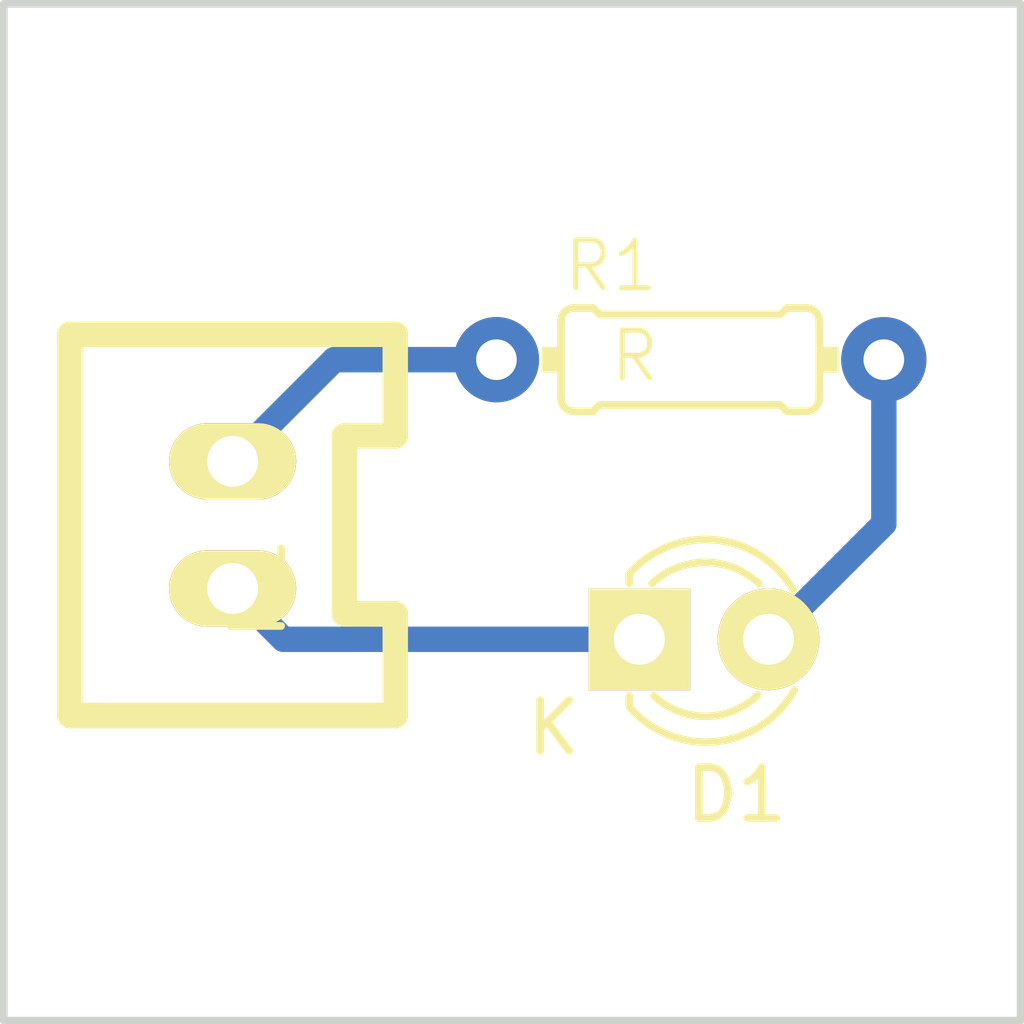
<source format=kicad_pcb>
(kicad_pcb (version 4) (host pcbnew 4.0.4-stable)

  (general
    (links 3)
    (no_connects 0)
    (area -0.075001 -0.075001 20.075001 20.075001)
    (thickness 1.6)
    (drawings 4)
    (tracks 6)
    (zones 0)
    (modules 3)
    (nets 4)
  )

  (page A4)
  (layers
    (0 F.Cu signal)
    (31 B.Cu signal)
    (32 B.Adhes user)
    (33 F.Adhes user)
    (34 B.Paste user)
    (35 F.Paste user)
    (36 B.SilkS user)
    (37 F.SilkS user)
    (38 B.Mask user)
    (39 F.Mask user)
    (40 Dwgs.User user)
    (41 Cmts.User user)
    (42 Eco1.User user)
    (43 Eco2.User user)
    (44 Edge.Cuts user)
    (45 Margin user)
    (46 B.CrtYd user)
    (47 F.CrtYd user)
    (48 B.Fab user)
    (49 F.Fab user)
  )

  (setup
    (last_trace_width 0.5)
    (user_trace_width 0.5)
    (trace_clearance 0.2)
    (zone_clearance 0.508)
    (zone_45_only no)
    (trace_min 0.2)
    (segment_width 0.2)
    (edge_width 0.15)
    (via_size 0.6)
    (via_drill 0.4)
    (via_min_size 0.4)
    (via_min_drill 0.3)
    (user_via 1.2 0.8)
    (uvia_size 0.3)
    (uvia_drill 0.1)
    (uvias_allowed no)
    (uvia_min_size 0.2)
    (uvia_min_drill 0.1)
    (pcb_text_width 0.3)
    (pcb_text_size 1.5 1.5)
    (mod_edge_width 0.15)
    (mod_text_size 1 1)
    (mod_text_width 0.15)
    (pad_size 1.524 1.524)
    (pad_drill 0.762)
    (pad_to_mask_clearance 0.2)
    (aux_axis_origin 0 0)
    (visible_elements FFFFFF7F)
    (pcbplotparams
      (layerselection 0x00030_80000001)
      (usegerberextensions false)
      (excludeedgelayer true)
      (linewidth 0.100000)
      (plotframeref false)
      (viasonmask false)
      (mode 1)
      (useauxorigin false)
      (hpglpennumber 1)
      (hpglpenspeed 20)
      (hpglpendiameter 15)
      (hpglpenoverlay 2)
      (psnegative false)
      (psa4output false)
      (plotreference true)
      (plotvalue true)
      (plotinvisibletext false)
      (padsonsilk false)
      (subtractmaskfromsilk false)
      (outputformat 1)
      (mirror false)
      (drillshape 1)
      (scaleselection 1)
      (outputdirectory ""))
  )

  (net 0 "")
  (net 1 GND)
  (net 2 "Net-(D1-Pad2)")
  (net 3 +2V5)

  (net_class Default "これは標準のネット クラスです。"
    (clearance 0.2)
    (trace_width 0.25)
    (via_dia 0.6)
    (via_drill 0.4)
    (uvia_dia 0.3)
    (uvia_drill 0.1)
    (add_net +2V5)
    (add_net GND)
    (add_net "Net-(D1-Pad2)")
  )

  (module LEDs:LED-3MM (layer F.Cu) (tedit 559B82F6) (tstamp 5800A3E4)
    (at 12.5 12.5)
    (descr "LED 3mm round vertical")
    (tags "LED  3mm round vertical")
    (path /580096DF)
    (fp_text reference D1 (at 1.91 3.06) (layer F.SilkS)
      (effects (font (size 1 1) (thickness 0.15)))
    )
    (fp_text value LED (at 1.3 -2.9) (layer F.Fab)
      (effects (font (size 1 1) (thickness 0.15)))
    )
    (fp_line (start -1.2 2.3) (end 3.8 2.3) (layer F.CrtYd) (width 0.05))
    (fp_line (start 3.8 2.3) (end 3.8 -2.2) (layer F.CrtYd) (width 0.05))
    (fp_line (start 3.8 -2.2) (end -1.2 -2.2) (layer F.CrtYd) (width 0.05))
    (fp_line (start -1.2 -2.2) (end -1.2 2.3) (layer F.CrtYd) (width 0.05))
    (fp_line (start -0.199 1.314) (end -0.199 1.114) (layer F.SilkS) (width 0.15))
    (fp_line (start -0.199 -1.28) (end -0.199 -1.1) (layer F.SilkS) (width 0.15))
    (fp_arc (start 1.301 0.034) (end -0.199 -1.286) (angle 108.5) (layer F.SilkS) (width 0.15))
    (fp_arc (start 1.301 0.034) (end 0.25 -1.1) (angle 85.7) (layer F.SilkS) (width 0.15))
    (fp_arc (start 1.311 0.034) (end 3.051 0.994) (angle 110) (layer F.SilkS) (width 0.15))
    (fp_arc (start 1.301 0.034) (end 2.335 1.094) (angle 87.5) (layer F.SilkS) (width 0.15))
    (fp_text user K (at -1.69 1.74) (layer F.SilkS)
      (effects (font (size 1 1) (thickness 0.15)))
    )
    (pad 1 thru_hole rect (at 0 0 90) (size 2 2) (drill 1.00076) (layers *.Cu *.Mask F.SilkS)
      (net 1 GND))
    (pad 2 thru_hole circle (at 2.54 0) (size 2 2) (drill 1.00076) (layers *.Cu *.Mask F.SilkS)
      (net 2 "Net-(D1-Pad2)"))
    (model LEDs.3dshapes/LED-3MM.wrl
      (at (xyz 0.05 0 0))
      (scale (xyz 1 1 1))
      (rotate (xyz 0 0 90))
    )
  )

  (module RP_KiCAD_Connector:XA_2T (layer F.Cu) (tedit 5763B242) (tstamp 5800A3EA)
    (at 4.5 11.5 90)
    (path /58009526)
    (fp_text reference P1 (at 0 0.5 90) (layer F.SilkS)
      (effects (font (size 1 1) (thickness 0.15)))
    )
    (fp_text value CONN_01X02 (at 0 -0.5 90) (layer F.Fab)
      (effects (font (size 1 1) (thickness 0.15)))
    )
    (fp_line (start -2.5 3.2) (end -0.5 3.2) (layer F.SilkS) (width 0.5))
    (fp_line (start -0.5 3.2) (end -0.5 2.2) (layer F.SilkS) (width 0.5))
    (fp_line (start -0.5 2.2) (end 3 2.2) (layer F.SilkS) (width 0.5))
    (fp_line (start 3 2.2) (end 3 3.2) (layer F.SilkS) (width 0.5))
    (fp_line (start 3 3.2) (end 5 3.2) (layer F.SilkS) (width 0.5))
    (fp_line (start -2.5 -3.2) (end -2.5 3.2) (layer F.SilkS) (width 0.5))
    (fp_line (start 5 3.2) (end 5 -3.2) (layer F.SilkS) (width 0.5))
    (fp_line (start 5 -3.2) (end -2.5 -3.2) (layer F.SilkS) (width 0.5))
    (pad 2 thru_hole oval (at 0 0 90) (size 1.5 2.5) (drill 1) (layers *.Cu *.Mask F.SilkS)
      (net 1 GND))
    (pad 1 thru_hole oval (at 2.5 0 90) (size 1.5 2.5) (drill 1) (layers *.Cu *.Mask F.SilkS)
      (net 3 +2V5))
    (model conn_XA/XA_2T.wrl
      (at (xyz 0.05 0 0))
      (scale (xyz 4 4 4))
      (rotate (xyz -90 0 0))
    )
  )

  (module RP_KiCAD_Libs:0204_2f7 (layer F.Cu) (tedit 0) (tstamp 5800A3F0)
    (at 13.5 7)
    (descr "<b>RESISTOR</b><p>\ntype 0204, grid 7.5 mm")
    (path /5800974E)
    (fp_text reference R1 (at -2.54 -1.2954) (layer F.SilkS)
      (effects (font (size 0.94107 0.94107) (thickness 0.09906)) (justify left bottom))
    )
    (fp_text value R (at -1.6256 0.4826) (layer F.SilkS)
      (effects (font (size 0.94107 0.94107) (thickness 0.09906)) (justify left bottom))
    )
    (fp_line (start 3.81 0) (end 2.921 0) (layer Dwgs.User) (width 0.508))
    (fp_line (start -3.81 0) (end -2.921 0) (layer Dwgs.User) (width 0.508))
    (fp_arc (start -2.286 -0.762) (end -2.54 -0.762) (angle 90) (layer F.SilkS) (width 0.1524))
    (fp_arc (start -2.286 0.762) (end -2.54 0.762) (angle -90) (layer F.SilkS) (width 0.1524))
    (fp_arc (start 2.286 0.762) (end 2.286 1.016) (angle -90) (layer F.SilkS) (width 0.1524))
    (fp_arc (start 2.286 -0.762) (end 2.286 -1.016) (angle 90) (layer F.SilkS) (width 0.1524))
    (fp_line (start -2.54 0.762) (end -2.54 -0.762) (layer F.SilkS) (width 0.1524))
    (fp_line (start -2.286 -1.016) (end -1.905 -1.016) (layer F.SilkS) (width 0.1524))
    (fp_line (start -1.778 -0.889) (end -1.905 -1.016) (layer F.SilkS) (width 0.1524))
    (fp_line (start -2.286 1.016) (end -1.905 1.016) (layer F.SilkS) (width 0.1524))
    (fp_line (start -1.778 0.889) (end -1.905 1.016) (layer F.SilkS) (width 0.1524))
    (fp_line (start 1.778 -0.889) (end 1.905 -1.016) (layer F.SilkS) (width 0.1524))
    (fp_line (start 1.778 -0.889) (end -1.778 -0.889) (layer F.SilkS) (width 0.1524))
    (fp_line (start 1.778 0.889) (end 1.905 1.016) (layer F.SilkS) (width 0.1524))
    (fp_line (start 1.778 0.889) (end -1.778 0.889) (layer F.SilkS) (width 0.1524))
    (fp_line (start 2.286 -1.016) (end 1.905 -1.016) (layer F.SilkS) (width 0.1524))
    (fp_line (start 2.286 1.016) (end 1.905 1.016) (layer F.SilkS) (width 0.1524))
    (fp_line (start 2.54 0.762) (end 2.54 -0.762) (layer F.SilkS) (width 0.1524))
    (fp_poly (pts (xy 2.54 0.254) (xy 2.921 0.254) (xy 2.921 -0.254) (xy 2.54 -0.254)) (layer F.SilkS) (width 0))
    (fp_poly (pts (xy -2.921 0.254) (xy -2.54 0.254) (xy -2.54 -0.254) (xy -2.921 -0.254)) (layer F.SilkS) (width 0))
    (pad 1 thru_hole circle (at -3.81 0) (size 1.6764 1.6764) (drill 0.8) (layers *.Cu *.Mask)
      (net 3 +2V5))
    (pad 2 thru_hole circle (at 3.81 0) (size 1.6764 1.6764) (drill 0.8) (layers *.Cu *.Mask)
      (net 2 "Net-(D1-Pad2)"))
    (model discret/resistors/horizontal/r_h_820R.wrl
      (at (xyz 0 0 0))
      (scale (xyz 0.3 0.3 0.3))
      (rotate (xyz 0 0 0))
    )
  )

  (gr_line (start 20 0) (end 0 0) (angle 90) (layer Edge.Cuts) (width 0.15))
  (gr_line (start 20 20) (end 20 0) (angle 90) (layer Edge.Cuts) (width 0.15))
  (gr_line (start 0 20) (end 20 20) (angle 90) (layer Edge.Cuts) (width 0.15))
  (gr_line (start 0 0) (end 0 20) (angle 90) (layer Edge.Cuts) (width 0.15))

  (segment (start 4.5 11.5) (end 5.5 12.5) (width 0.5) (layer B.Cu) (net 1) (status 400000))
  (segment (start 5.5 12.5) (end 12.5 12.5) (width 0.5) (layer B.Cu) (net 1) (tstamp 5800A8B4) (status 800000))
  (segment (start 15.04 12.5) (end 17.31 10.23) (width 0.5) (layer B.Cu) (net 2) (status 400000))
  (segment (start 17.31 10.23) (end 17.31 7) (width 0.5) (layer B.Cu) (net 2) (tstamp 5800A8B8) (status 800000))
  (segment (start 4.5 9) (end 6.5 7) (width 0.5) (layer B.Cu) (net 3) (status 400000))
  (segment (start 6.5 7) (end 9.69 7) (width 0.5) (layer B.Cu) (net 3) (tstamp 5800A897) (status 800000))

)

</source>
